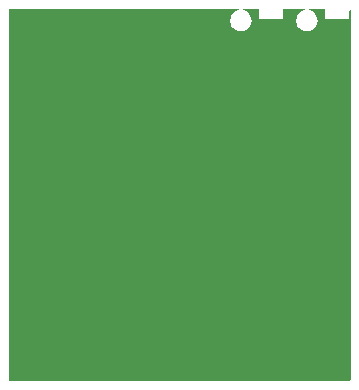
<source format=gbl>
%FSTAX23Y23*%
%MOIN*%
%SFA1B1*%

%IPPOS*%
%ADD20C,0.010000*%
%ADD21C,0.040000*%
%ADD22C,0.020000*%
%ADD23C,0.012000*%
%ADD25C,0.059060*%
%ADD26R,0.059060X0.059060*%
%ADD27R,0.059060X0.059060*%
%ADD28R,0.055120X0.055120*%
%ADD29C,0.055120*%
%ADD30C,0.062990*%
%ADD31R,0.062990X0.062990*%
%ADD32C,0.050000*%
G36*
X02135Y04939D02*
Y04935D01*
Y04905*
X02214*
Y04933*
X02218Y04935*
X02219Y04935*
X0222Y04935*
Y03705*
X0222Y03704*
X02218Y037*
X0108*
Y0494*
X01848*
X01848Y04935*
X01845Y04934*
X01837Y04931*
X01829Y04925*
X01823Y04917*
X0182Y04909*
X01819Y049*
X0182Y0489*
X01823Y04882*
X01829Y04874*
X01837Y04868*
X01845Y04865*
X01855Y04864*
X01864Y04865*
X01872Y04868*
X0188Y04874*
X01886Y04882*
X01889Y0489*
X0189Y049*
X01889Y04909*
X01886Y04917*
X0188Y04925*
X01872Y04931*
X01864Y04934*
X01861Y04935*
X01861Y0494*
X0191*
X01915Y04939*
Y04935*
Y04905*
X01994*
Y04935*
Y04939*
X01999Y0494*
X02068*
X02068Y04935*
X02065Y04934*
X02057Y04931*
X02049Y04925*
X02043Y04917*
X0204Y04909*
X02039Y049*
X0204Y0489*
X02043Y04882*
X02049Y04874*
X02057Y04868*
X02065Y04865*
X02075Y04864*
X02084Y04865*
X02092Y04868*
X021Y04874*
X02106Y04882*
X02109Y0489*
X0211Y049*
X02109Y04909*
X02106Y04917*
X021Y04925*
X02092Y04931*
X02084Y04934*
X02081Y04935*
X02081Y0494*
X0213*
X02135Y04939*
G37*
M02*
</source>
